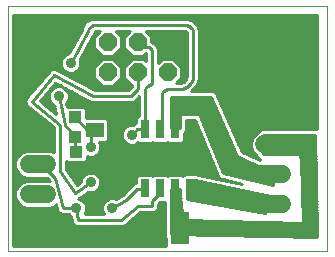
<source format=gbl>
G75*
%MOIN*%
%OFA0B0*%
%FSLAX24Y24*%
%IPPOS*%
%LPD*%
%AMOC8*
5,1,8,0,0,1.08239X$1,22.5*
%
%ADD10C,0.0000*%
%ADD11R,0.0630X0.1063*%
%ADD12R,0.0591X0.0512*%
%ADD13C,0.0600*%
%ADD14R,0.0316X0.0593*%
%ADD15R,0.1378X0.1024*%
%ADD16R,0.0433X0.0394*%
%ADD17OC8,0.0600*%
%ADD18C,0.0100*%
%ADD19C,0.0356*%
%ADD20C,0.0360*%
%ADD21C,0.0120*%
D10*
X000163Y000665D02*
X000163Y008814D01*
X010792Y008814D01*
X010792Y000665D01*
X000163Y000665D01*
D11*
X004789Y001417D03*
X005891Y001417D03*
D12*
X003060Y004704D03*
X003060Y005373D03*
D13*
X001463Y004558D02*
X000863Y004558D01*
X000863Y003558D02*
X001463Y003558D01*
X001463Y002558D02*
X000863Y002558D01*
X008709Y002216D02*
X009309Y002216D01*
X009309Y003216D02*
X008709Y003216D01*
X008709Y004216D02*
X009309Y004216D01*
X009309Y005216D02*
X008709Y005216D01*
D14*
X006229Y004722D03*
X005729Y004722D03*
X005229Y004722D03*
X004729Y004722D03*
X004729Y002755D03*
X005229Y002755D03*
X005729Y002755D03*
X006229Y002755D03*
D15*
X005481Y003740D03*
D16*
X002426Y003960D03*
X002387Y004460D03*
X002387Y005129D03*
X002426Y003291D03*
D17*
X003493Y006621D03*
X004493Y006621D03*
X005493Y006621D03*
X005493Y007621D03*
X004493Y007621D03*
X003493Y007621D03*
D18*
X003871Y007363D02*
X004116Y007363D01*
X004043Y007435D02*
X004307Y007171D01*
X004680Y007171D01*
X004766Y007257D01*
X004766Y006985D01*
X004680Y007071D01*
X004307Y007071D01*
X004043Y006808D01*
X004043Y006435D01*
X004293Y006185D01*
X004293Y006141D01*
X004174Y006022D01*
X003048Y006022D01*
X001811Y006697D01*
X001761Y006738D01*
X001740Y006736D01*
X001721Y006746D01*
X001660Y006728D01*
X001597Y006722D01*
X001583Y006705D01*
X001562Y006699D01*
X001532Y006643D01*
X000847Y005815D01*
X000845Y005814D01*
X000794Y005751D01*
X000743Y005689D01*
X000743Y005686D01*
X000742Y005685D01*
X000751Y005604D01*
X000759Y005524D01*
X000761Y005522D01*
X000761Y005520D01*
X000824Y005470D01*
X000886Y005418D01*
X000889Y005419D01*
X001695Y004781D01*
X001695Y003949D01*
X001552Y004008D01*
X000773Y004008D01*
X000608Y003940D01*
X000481Y003813D01*
X000413Y003648D01*
X000413Y003469D01*
X000481Y003303D01*
X000608Y003177D01*
X000773Y003108D01*
X001452Y003108D01*
X001552Y003008D01*
X000773Y003008D01*
X000608Y002940D01*
X000481Y002813D01*
X000413Y002648D01*
X000413Y002469D01*
X000481Y002303D01*
X000608Y002177D01*
X000773Y002108D01*
X001552Y002108D01*
X001717Y002177D01*
X001767Y002226D01*
X001813Y002056D01*
X001813Y001999D01*
X001834Y001978D01*
X001841Y001950D01*
X001890Y001922D01*
X001930Y001882D01*
X001959Y001882D01*
X001985Y001867D01*
X002039Y001882D01*
X002182Y001882D01*
X002260Y001804D01*
X002273Y001798D01*
X002285Y001678D01*
X002285Y001605D01*
X002293Y001597D01*
X002295Y001586D01*
X002351Y001540D01*
X002403Y001488D01*
X002414Y001488D01*
X002423Y001481D01*
X002495Y001488D01*
X003934Y001488D01*
X004009Y001483D01*
X004016Y001488D01*
X004025Y001488D01*
X004078Y001541D01*
X004567Y001961D01*
X005049Y001961D01*
X005166Y002078D01*
X005166Y002235D01*
X005239Y002309D01*
X005396Y002309D01*
X005396Y001218D01*
X005394Y001136D01*
X005396Y001135D01*
X005396Y001133D01*
X005426Y001103D01*
X005426Y000823D01*
X005427Y000822D01*
X000320Y000822D01*
X000320Y008539D01*
X010477Y008539D01*
X010477Y004724D01*
X010477Y004725D01*
X010396Y004723D01*
X008584Y004723D01*
X008466Y004606D01*
X008466Y004602D01*
X008454Y004597D01*
X008327Y004471D01*
X008259Y004305D01*
X008259Y004126D01*
X008327Y003961D01*
X008454Y003834D01*
X008466Y003829D01*
X008466Y003810D01*
X008577Y003699D01*
X008551Y003699D01*
X007952Y003966D01*
X007134Y005825D01*
X007134Y005866D01*
X007102Y005898D01*
X007084Y005939D01*
X007046Y005954D01*
X007017Y005983D01*
X006972Y005983D01*
X006929Y005999D01*
X006892Y005983D01*
X006274Y005983D01*
X006441Y006150D01*
X006544Y006397D01*
X006544Y008003D01*
X006471Y008178D01*
X006471Y008178D01*
X006337Y008312D01*
X006163Y008384D01*
X002930Y008384D01*
X002746Y008278D01*
X002640Y008094D01*
X002640Y008039D01*
X002203Y007253D01*
X002184Y007253D01*
X002063Y007203D01*
X001971Y007110D01*
X001921Y006990D01*
X001921Y006859D01*
X001971Y006739D01*
X002063Y006646D01*
X002184Y006596D01*
X002314Y006596D01*
X002435Y006646D01*
X002527Y006739D01*
X002577Y006859D01*
X002577Y006990D01*
X002550Y007055D01*
X003001Y007866D01*
X003040Y007905D01*
X003040Y007936D01*
X003055Y007963D01*
X003049Y007984D01*
X003220Y007984D01*
X003043Y007808D01*
X003043Y007435D01*
X003307Y007171D01*
X003680Y007171D01*
X003943Y007435D01*
X003943Y007808D01*
X003767Y007984D01*
X004220Y007984D01*
X004043Y007808D01*
X004043Y007435D01*
X004043Y007461D02*
X003943Y007461D01*
X003943Y007560D02*
X004043Y007560D01*
X004043Y007658D02*
X003943Y007658D01*
X003943Y007757D02*
X004043Y007757D01*
X004091Y007855D02*
X003896Y007855D01*
X003797Y007954D02*
X004189Y007954D01*
X004493Y007621D02*
X004495Y007598D01*
X004500Y007576D01*
X004509Y007555D01*
X004521Y007535D01*
X004536Y007518D01*
X004553Y007503D01*
X004573Y007491D01*
X004594Y007482D01*
X004616Y007477D01*
X004639Y007475D01*
X004639Y007476D02*
X004769Y007476D01*
X004795Y007474D01*
X004820Y007469D01*
X004844Y007461D01*
X004868Y007450D01*
X004889Y007435D01*
X004908Y007418D01*
X004925Y007399D01*
X004940Y007378D01*
X004951Y007354D01*
X004959Y007330D01*
X004964Y007305D01*
X004966Y007279D01*
X004966Y006216D01*
X004938Y006214D01*
X004910Y006209D01*
X004882Y006201D01*
X004856Y006189D01*
X004832Y006174D01*
X004810Y006157D01*
X004789Y006136D01*
X004772Y006114D01*
X004757Y006090D01*
X004745Y006064D01*
X004737Y006036D01*
X004732Y006008D01*
X004730Y005980D01*
X004729Y005980D02*
X004729Y004722D01*
X004651Y004715D01*
X004471Y004715D01*
X004291Y004535D01*
X004050Y004309D02*
X003429Y004309D01*
X003418Y004298D02*
X003505Y004386D01*
X003505Y005022D01*
X003418Y005110D01*
X002753Y005110D01*
X002753Y005388D01*
X002666Y005476D01*
X002132Y005476D01*
X002105Y005607D01*
X002134Y005636D01*
X002184Y005757D01*
X002184Y005887D01*
X002134Y006008D01*
X002041Y006100D01*
X001921Y006150D01*
X001790Y006150D01*
X001670Y006100D01*
X001577Y006008D01*
X001527Y005887D01*
X001527Y005757D01*
X001577Y005636D01*
X001670Y005544D01*
X001713Y005526D01*
X001775Y005227D01*
X001234Y005655D01*
X001747Y006276D01*
X002876Y005660D01*
X002914Y005622D01*
X002946Y005622D01*
X002974Y005607D01*
X003026Y005622D01*
X004340Y005622D01*
X004457Y005739D01*
X004529Y005812D01*
X004529Y005168D01*
X004509Y005168D01*
X004422Y005080D01*
X004422Y004915D01*
X004389Y004915D01*
X004339Y004865D01*
X004226Y004865D01*
X004105Y004814D01*
X004012Y004722D01*
X003961Y004600D01*
X003961Y004469D01*
X004012Y004348D01*
X004105Y004255D01*
X004226Y004205D01*
X004357Y004205D01*
X004478Y004255D01*
X004504Y004281D01*
X004509Y004276D01*
X004949Y004276D01*
X004979Y004306D01*
X005009Y004276D01*
X005449Y004276D01*
X005479Y004306D01*
X005509Y004276D01*
X005949Y004276D01*
X006037Y004363D01*
X006037Y004603D01*
X006111Y004676D01*
X006111Y005032D01*
X006405Y005032D01*
X007119Y003248D01*
X007114Y003229D01*
X007149Y003173D01*
X007173Y003112D01*
X007191Y003104D01*
X007201Y003088D01*
X007265Y003073D01*
X007325Y003047D01*
X007343Y003054D01*
X007979Y002903D01*
X006482Y003211D01*
X006466Y003227D01*
X006403Y003227D01*
X006342Y003239D01*
X006323Y003227D01*
X006064Y003227D01*
X006039Y003202D01*
X006009Y003202D01*
X005979Y003172D01*
X005949Y003202D01*
X005509Y003202D01*
X005479Y003172D01*
X005449Y003202D01*
X005009Y003202D01*
X004979Y003172D01*
X004949Y003202D01*
X004509Y003202D01*
X004422Y003114D01*
X004422Y002935D01*
X004389Y002935D01*
X004271Y002818D01*
X004271Y002818D01*
X003988Y002534D01*
X003762Y002400D01*
X003705Y002423D01*
X003573Y002423D01*
X003452Y002373D01*
X003359Y002280D01*
X003309Y002159D01*
X003309Y002028D01*
X003359Y001907D01*
X003377Y001888D01*
X002716Y001888D01*
X002724Y001896D01*
X002774Y002017D01*
X002774Y002147D01*
X002724Y002268D01*
X002632Y002360D01*
X002511Y002410D01*
X002493Y002410D01*
X002520Y002429D01*
X002588Y002476D01*
X002817Y002635D01*
X002818Y002635D01*
X002817Y002635D02*
X002853Y002620D01*
X002984Y002620D01*
X003104Y002670D01*
X003197Y002762D01*
X003247Y002883D01*
X003247Y003013D01*
X003197Y003134D01*
X003104Y003226D01*
X002984Y003276D01*
X002853Y003276D01*
X002733Y003226D01*
X002640Y003134D01*
X002590Y003013D01*
X002590Y002964D01*
X002458Y002873D01*
X002095Y003404D01*
X002095Y003666D01*
X002148Y003613D01*
X002705Y003613D01*
X002793Y003701D01*
X002793Y003826D01*
X002853Y003801D01*
X002984Y003801D01*
X003104Y003851D01*
X003197Y003943D01*
X003247Y004064D01*
X003247Y004195D01*
X003204Y004298D01*
X003418Y004298D01*
X003505Y004408D02*
X003987Y004408D01*
X003961Y004506D02*
X003505Y004506D01*
X003505Y004605D02*
X003963Y004605D01*
X004004Y004703D02*
X003505Y004703D01*
X003505Y004802D02*
X004092Y004802D01*
X004374Y004900D02*
X003505Y004900D01*
X003505Y004999D02*
X004422Y004999D01*
X004439Y005097D02*
X003430Y005097D01*
X003060Y004704D02*
X002918Y004562D01*
X002918Y004129D01*
X003226Y004014D02*
X006812Y004014D01*
X006852Y003915D02*
X003168Y003915D01*
X003021Y003817D02*
X006891Y003817D01*
X006930Y003718D02*
X002793Y003718D01*
X002793Y003817D02*
X002816Y003817D01*
X002712Y003620D02*
X006970Y003620D01*
X007009Y003521D02*
X002095Y003521D01*
X002095Y003423D02*
X007049Y003423D01*
X007088Y003324D02*
X002149Y003324D01*
X002217Y003226D02*
X002732Y003226D01*
X002637Y003127D02*
X002284Y003127D01*
X002351Y003029D02*
X002597Y003029D01*
X002541Y002930D02*
X002419Y002930D01*
X002407Y002594D02*
X002918Y002948D01*
X003225Y002832D02*
X004286Y002832D01*
X004187Y002733D02*
X003167Y002733D01*
X003019Y002635D02*
X004089Y002635D01*
X003990Y002536D02*
X002675Y002536D01*
X002588Y002476D02*
X002588Y002476D01*
X002533Y002438D02*
X003826Y002438D01*
X004111Y002375D02*
X003639Y002093D01*
X003343Y001945D02*
X002744Y001945D01*
X002774Y002044D02*
X003309Y002044D01*
X003309Y002142D02*
X002774Y002142D01*
X002735Y002241D02*
X003343Y002241D01*
X003418Y002339D02*
X002653Y002339D01*
X002446Y002082D02*
X002485Y001688D01*
X003942Y001688D01*
X004493Y002161D01*
X004966Y002161D01*
X004966Y002318D01*
X005229Y002582D01*
X005229Y002755D01*
X005596Y002712D02*
X005911Y002712D01*
X005911Y002476D01*
X005989Y001688D01*
X010005Y001610D01*
X009926Y003736D01*
X009848Y003893D01*
X008666Y003893D01*
X008666Y004523D01*
X010399Y004523D01*
X010477Y001137D01*
X005596Y001216D01*
X005596Y002712D01*
X005596Y002635D02*
X005911Y002635D01*
X005911Y002536D02*
X005596Y002536D01*
X005596Y002438D02*
X005914Y002438D01*
X005924Y002339D02*
X005596Y002339D01*
X005596Y002241D02*
X005934Y002241D01*
X005944Y002142D02*
X005596Y002142D01*
X005596Y002044D02*
X005954Y002044D01*
X005964Y001945D02*
X005596Y001945D01*
X005596Y001847D02*
X005973Y001847D01*
X005983Y001748D02*
X005596Y001748D01*
X005596Y001650D02*
X007959Y001650D01*
X008090Y002044D02*
X008813Y002044D01*
X008870Y002142D02*
X007548Y002142D01*
X007006Y002241D02*
X008926Y002241D01*
X008982Y002339D02*
X006465Y002339D01*
X006147Y002397D02*
X008745Y001925D01*
X009060Y002476D01*
X006383Y003027D01*
X006147Y003027D01*
X006147Y002397D01*
X006147Y002438D02*
X009038Y002438D01*
X008766Y002536D02*
X006147Y002536D01*
X006147Y002635D02*
X008288Y002635D01*
X007863Y002930D02*
X007844Y002930D01*
X007899Y003127D02*
X008981Y003127D01*
X008981Y003029D02*
X008312Y003029D01*
X008726Y002930D02*
X008981Y002930D01*
X008981Y002869D02*
X007328Y003263D01*
X006540Y005232D01*
X005911Y005232D01*
X005911Y004759D01*
X005596Y004759D01*
X005596Y005783D01*
X006934Y005783D01*
X007800Y003814D01*
X008509Y003499D01*
X008981Y003499D01*
X008981Y002869D01*
X008981Y003226D02*
X007485Y003226D01*
X007303Y003324D02*
X008981Y003324D01*
X008981Y003423D02*
X007264Y003423D01*
X007225Y003521D02*
X008460Y003521D01*
X008509Y003718D02*
X008558Y003718D01*
X008466Y003817D02*
X008287Y003817D01*
X008373Y003915D02*
X008066Y003915D01*
X007931Y004014D02*
X008306Y004014D01*
X008265Y004112D02*
X007888Y004112D01*
X007844Y004211D02*
X008259Y004211D01*
X008261Y004309D02*
X007801Y004309D01*
X007758Y004408D02*
X008301Y004408D01*
X008363Y004506D02*
X007714Y004506D01*
X007671Y004605D02*
X008466Y004605D01*
X008564Y004703D02*
X007628Y004703D01*
X007584Y004802D02*
X010477Y004802D01*
X010477Y004900D02*
X007541Y004900D01*
X007498Y004999D02*
X010477Y004999D01*
X010477Y005097D02*
X007454Y005097D01*
X007411Y005196D02*
X010477Y005196D01*
X010477Y005294D02*
X007368Y005294D01*
X007192Y005196D02*
X006555Y005196D01*
X006594Y005097D02*
X007236Y005097D01*
X007279Y004999D02*
X006634Y004999D01*
X006673Y004900D02*
X007323Y004900D01*
X007366Y004802D02*
X006712Y004802D01*
X006752Y004703D02*
X007409Y004703D01*
X007453Y004605D02*
X006791Y004605D01*
X006831Y004506D02*
X007496Y004506D01*
X007539Y004408D02*
X006870Y004408D01*
X006909Y004309D02*
X007583Y004309D01*
X007626Y004211D02*
X006949Y004211D01*
X006988Y004112D02*
X007669Y004112D01*
X007713Y004014D02*
X007028Y004014D01*
X007067Y003915D02*
X007756Y003915D01*
X007799Y003817D02*
X007106Y003817D01*
X007146Y003718D02*
X008017Y003718D01*
X008238Y003620D02*
X007185Y003620D01*
X007116Y003226D02*
X006467Y003226D01*
X006147Y002930D02*
X006853Y002930D01*
X006888Y003127D02*
X007167Y003127D01*
X007366Y003029D02*
X007449Y003029D01*
X007331Y002832D02*
X006147Y002832D01*
X006147Y002733D02*
X007810Y002733D01*
X008632Y001945D02*
X008757Y001945D01*
X009234Y001157D02*
X010477Y001157D01*
X010475Y001256D02*
X005596Y001256D01*
X005596Y001354D02*
X010472Y001354D01*
X010470Y001453D02*
X005596Y001453D01*
X005596Y001551D02*
X010468Y001551D01*
X010466Y001650D02*
X010004Y001650D01*
X010000Y001748D02*
X010463Y001748D01*
X010461Y001847D02*
X009996Y001847D01*
X009993Y001945D02*
X010459Y001945D01*
X010456Y002044D02*
X009989Y002044D01*
X009985Y002142D02*
X010454Y002142D01*
X010452Y002241D02*
X009982Y002241D01*
X009978Y002339D02*
X010450Y002339D01*
X010447Y002438D02*
X009974Y002438D01*
X009971Y002536D02*
X010445Y002536D01*
X010443Y002635D02*
X009967Y002635D01*
X009963Y002733D02*
X010440Y002733D01*
X010438Y002832D02*
X009960Y002832D01*
X009956Y002930D02*
X010436Y002930D01*
X010433Y003029D02*
X009952Y003029D01*
X009949Y003127D02*
X010431Y003127D01*
X010429Y003226D02*
X009945Y003226D01*
X009942Y003324D02*
X010427Y003324D01*
X010424Y003423D02*
X009938Y003423D01*
X009934Y003521D02*
X010422Y003521D01*
X010420Y003620D02*
X009931Y003620D01*
X009927Y003718D02*
X010417Y003718D01*
X010415Y003817D02*
X009886Y003817D01*
X010413Y003915D02*
X008666Y003915D01*
X008666Y004014D02*
X010411Y004014D01*
X010408Y004112D02*
X008666Y004112D01*
X008666Y004211D02*
X010406Y004211D01*
X010404Y004309D02*
X008666Y004309D01*
X008666Y004408D02*
X010401Y004408D01*
X010399Y004506D02*
X008666Y004506D01*
X007324Y005393D02*
X010477Y005393D01*
X010477Y005491D02*
X007281Y005491D01*
X007238Y005590D02*
X010477Y005590D01*
X010477Y005688D02*
X007194Y005688D01*
X007151Y005787D02*
X010477Y005787D01*
X010477Y005885D02*
X007115Y005885D01*
X006969Y005984D02*
X010477Y005984D01*
X010477Y006082D02*
X006374Y006082D01*
X006441Y006150D02*
X006441Y006150D01*
X006454Y006181D02*
X010477Y006181D01*
X010477Y006279D02*
X006495Y006279D01*
X006536Y006378D02*
X010477Y006378D01*
X010477Y006476D02*
X006544Y006476D01*
X006544Y006575D02*
X010477Y006575D01*
X010477Y006673D02*
X006544Y006673D01*
X006544Y006772D02*
X010477Y006772D01*
X010477Y006870D02*
X006544Y006870D01*
X006544Y006969D02*
X010477Y006969D01*
X010477Y007067D02*
X006544Y007067D01*
X006544Y007166D02*
X010477Y007166D01*
X010477Y007264D02*
X006544Y007264D01*
X006544Y007363D02*
X010477Y007363D01*
X010477Y007461D02*
X006544Y007461D01*
X006544Y007560D02*
X010477Y007560D01*
X010477Y007658D02*
X006544Y007658D01*
X006544Y007757D02*
X010477Y007757D01*
X010477Y007855D02*
X006544Y007855D01*
X006544Y007954D02*
X010477Y007954D01*
X010477Y008052D02*
X006523Y008052D01*
X006483Y008151D02*
X010477Y008151D01*
X010477Y008249D02*
X006400Y008249D01*
X006337Y008312D02*
X006337Y008312D01*
X006251Y008348D02*
X010477Y008348D01*
X010477Y008446D02*
X000320Y008446D01*
X000320Y008348D02*
X002867Y008348D01*
X002746Y008278D02*
X002746Y008278D01*
X002729Y008249D02*
X000320Y008249D01*
X000320Y008151D02*
X002673Y008151D01*
X002640Y008052D02*
X000320Y008052D01*
X000320Y007954D02*
X002592Y007954D01*
X002537Y007855D02*
X000320Y007855D01*
X000320Y007757D02*
X002483Y007757D01*
X002428Y007658D02*
X000320Y007658D01*
X000320Y007560D02*
X002373Y007560D01*
X002318Y007461D02*
X000320Y007461D01*
X000320Y007363D02*
X002264Y007363D01*
X002209Y007264D02*
X000320Y007264D01*
X000320Y007166D02*
X002026Y007166D01*
X001953Y007067D02*
X000320Y007067D01*
X000320Y006969D02*
X001921Y006969D01*
X001921Y006870D02*
X000320Y006870D01*
X000320Y006772D02*
X001957Y006772D01*
X002036Y006673D02*
X001855Y006673D01*
X002035Y006575D02*
X003043Y006575D01*
X003043Y006476D02*
X002216Y006476D01*
X002396Y006378D02*
X003101Y006378D01*
X003043Y006435D02*
X003307Y006171D01*
X003680Y006171D01*
X003943Y006435D01*
X003943Y006808D01*
X003680Y007071D01*
X003307Y007071D01*
X003043Y006808D01*
X003043Y006435D01*
X003199Y006279D02*
X002577Y006279D01*
X002758Y006181D02*
X003298Y006181D01*
X003689Y006181D02*
X004293Y006181D01*
X004234Y006082D02*
X002938Y006082D01*
X002997Y005822D02*
X004257Y005822D01*
X004493Y006058D01*
X004493Y006621D01*
X004199Y006279D02*
X003787Y006279D01*
X003886Y006378D02*
X004101Y006378D01*
X004043Y006476D02*
X003943Y006476D01*
X003943Y006575D02*
X004043Y006575D01*
X004043Y006673D02*
X003943Y006673D01*
X003943Y006772D02*
X004043Y006772D01*
X004106Y006870D02*
X003881Y006870D01*
X003782Y006969D02*
X004204Y006969D01*
X004303Y007067D02*
X003684Y007067D01*
X003772Y007264D02*
X004214Y007264D01*
X004684Y007067D02*
X004766Y007067D01*
X004766Y007166D02*
X002612Y007166D01*
X002667Y007264D02*
X003214Y007264D01*
X003116Y007363D02*
X002721Y007363D01*
X002776Y007461D02*
X003043Y007461D01*
X003043Y007560D02*
X002831Y007560D01*
X002886Y007658D02*
X003043Y007658D01*
X003043Y007757D02*
X002940Y007757D01*
X002995Y007855D02*
X003091Y007855D01*
X003050Y007954D02*
X003189Y007954D01*
X003037Y008185D02*
X003011Y008183D01*
X002986Y008178D01*
X002962Y008170D01*
X002939Y008159D01*
X002917Y008144D01*
X002898Y008127D01*
X002881Y008108D01*
X002866Y008087D01*
X002855Y008063D01*
X002847Y008039D01*
X002842Y008014D01*
X002840Y007988D01*
X002249Y006925D01*
X002462Y006673D02*
X003043Y006673D01*
X003043Y006772D02*
X002541Y006772D01*
X002577Y006870D02*
X003106Y006870D01*
X003204Y006969D02*
X002577Y006969D01*
X002557Y007067D02*
X003303Y007067D01*
X002103Y006082D02*
X002059Y006082D01*
X002144Y005984D02*
X002283Y005984D01*
X002184Y005885D02*
X002464Y005885D01*
X002645Y005787D02*
X002184Y005787D01*
X002155Y005688D02*
X002825Y005688D01*
X002997Y005822D02*
X001698Y006531D01*
X000950Y005625D01*
X001895Y004877D01*
X001895Y003342D01*
X002407Y002594D01*
X002446Y002082D02*
X002013Y002082D01*
X001737Y003106D01*
X001501Y003342D01*
X001501Y003499D01*
X001222Y003499D01*
X001163Y003558D01*
X000728Y003127D02*
X000320Y003127D01*
X000320Y003029D02*
X001531Y003029D01*
X002095Y003620D02*
X002141Y003620D01*
X002426Y003960D02*
X002348Y004499D01*
X002387Y004460D01*
X002052Y004877D01*
X001855Y005822D01*
X002108Y005590D02*
X004529Y005590D01*
X004529Y005688D02*
X004406Y005688D01*
X004504Y005787D02*
X004529Y005787D01*
X004529Y005491D02*
X002129Y005491D01*
X001761Y005294D02*
X001690Y005294D01*
X001741Y005393D02*
X001566Y005393D01*
X001442Y005491D02*
X001720Y005491D01*
X001624Y005590D02*
X001317Y005590D01*
X001261Y005688D02*
X001556Y005688D01*
X001527Y005787D02*
X001343Y005787D01*
X001424Y005885D02*
X001527Y005885D01*
X001505Y005984D02*
X001567Y005984D01*
X001587Y006082D02*
X001651Y006082D01*
X001668Y006181D02*
X001922Y006181D01*
X001475Y006575D02*
X000320Y006575D01*
X000320Y006476D02*
X001393Y006476D01*
X001312Y006378D02*
X000320Y006378D01*
X000320Y006279D02*
X001231Y006279D01*
X001149Y006181D02*
X000320Y006181D01*
X000320Y006082D02*
X001068Y006082D01*
X000987Y005984D02*
X000320Y005984D01*
X000320Y005885D02*
X000905Y005885D01*
X000823Y005787D02*
X000320Y005787D01*
X000320Y005688D02*
X000743Y005688D01*
X000752Y005590D02*
X000320Y005590D01*
X000320Y005491D02*
X000797Y005491D01*
X000922Y005393D02*
X000320Y005393D01*
X000320Y005294D02*
X001046Y005294D01*
X001170Y005196D02*
X000320Y005196D01*
X000320Y005097D02*
X001295Y005097D01*
X001419Y004999D02*
X000320Y004999D01*
X000320Y004900D02*
X001544Y004900D01*
X001668Y004802D02*
X000320Y004802D01*
X000320Y004703D02*
X001695Y004703D01*
X001695Y004605D02*
X000320Y004605D01*
X000320Y004506D02*
X001695Y004506D01*
X001695Y004408D02*
X000320Y004408D01*
X000320Y004309D02*
X001695Y004309D01*
X001695Y004211D02*
X000320Y004211D01*
X000320Y004112D02*
X001695Y004112D01*
X001695Y004014D02*
X000320Y004014D01*
X000320Y003915D02*
X000583Y003915D01*
X000484Y003817D02*
X000320Y003817D01*
X000320Y003718D02*
X000442Y003718D01*
X000413Y003620D02*
X000320Y003620D01*
X000320Y003521D02*
X000413Y003521D01*
X000432Y003423D02*
X000320Y003423D01*
X000320Y003324D02*
X000472Y003324D01*
X000559Y003226D02*
X000320Y003226D01*
X000320Y002930D02*
X000598Y002930D01*
X000499Y002832D02*
X000320Y002832D01*
X000320Y002733D02*
X000448Y002733D01*
X000413Y002635D02*
X000320Y002635D01*
X000320Y002536D02*
X000413Y002536D01*
X000425Y002438D02*
X000320Y002438D01*
X000320Y002339D02*
X000466Y002339D01*
X000544Y002241D02*
X000320Y002241D01*
X000320Y002142D02*
X000691Y002142D01*
X000320Y002044D02*
X001813Y002044D01*
X001790Y002142D02*
X001634Y002142D01*
X001850Y001945D02*
X000320Y001945D01*
X000320Y001847D02*
X002217Y001847D01*
X002278Y001748D02*
X000320Y001748D01*
X000320Y001650D02*
X002285Y001650D01*
X002337Y001551D02*
X000320Y001551D01*
X000320Y001453D02*
X005396Y001453D01*
X005396Y001551D02*
X004089Y001551D01*
X004204Y001650D02*
X005396Y001650D01*
X005396Y001748D02*
X004319Y001748D01*
X004434Y001847D02*
X005396Y001847D01*
X005396Y001945D02*
X004549Y001945D01*
X004111Y002375D02*
X004471Y002735D01*
X004651Y002735D01*
X004729Y002755D01*
X004384Y002930D02*
X003247Y002930D01*
X003240Y003029D02*
X004422Y003029D01*
X004435Y003127D02*
X003199Y003127D01*
X003105Y003226D02*
X006063Y003226D01*
X006773Y004112D02*
X003247Y004112D01*
X003240Y004211D02*
X004211Y004211D01*
X004372Y004211D02*
X006733Y004211D01*
X006694Y004309D02*
X005983Y004309D01*
X006037Y004408D02*
X006655Y004408D01*
X006615Y004506D02*
X006037Y004506D01*
X006039Y004605D02*
X006576Y004605D01*
X006536Y004703D02*
X006111Y004703D01*
X006111Y004802D02*
X006497Y004802D01*
X006458Y004900D02*
X006111Y004900D01*
X006111Y004999D02*
X006418Y004999D01*
X005911Y004999D02*
X005596Y004999D01*
X005596Y005097D02*
X005911Y005097D01*
X005911Y005196D02*
X005596Y005196D01*
X005596Y005294D02*
X007149Y005294D01*
X007106Y005393D02*
X005596Y005393D01*
X005596Y005491D02*
X007062Y005491D01*
X007019Y005590D02*
X005596Y005590D01*
X005596Y005688D02*
X006976Y005688D01*
X006894Y005984D02*
X006275Y005984D01*
X006023Y006304D02*
X005924Y006264D01*
X005871Y006258D01*
X005767Y006258D01*
X005943Y006435D01*
X005943Y006808D01*
X005680Y007071D01*
X005307Y007071D01*
X005166Y006930D01*
X005166Y007385D01*
X005059Y007569D01*
X004943Y007636D01*
X004943Y007808D01*
X004767Y007984D01*
X005985Y007984D01*
X006068Y007984D01*
X006083Y007983D01*
X006110Y007972D01*
X006131Y007951D01*
X006142Y007924D01*
X006144Y007909D01*
X006144Y006531D01*
X006138Y006478D01*
X006098Y006379D01*
X006023Y006304D01*
X005962Y006279D02*
X005787Y006279D01*
X005886Y006378D02*
X006096Y006378D01*
X006138Y006476D02*
X005943Y006476D01*
X006343Y006531D02*
X006341Y006490D01*
X006336Y006449D01*
X006327Y006409D01*
X006315Y006370D01*
X006299Y006332D01*
X006280Y006295D01*
X006258Y006260D01*
X006233Y006228D01*
X006205Y006197D01*
X006174Y006169D01*
X006142Y006144D01*
X006107Y006122D01*
X006070Y006103D01*
X006032Y006087D01*
X005993Y006075D01*
X005953Y006066D01*
X005912Y006061D01*
X005871Y006059D01*
X005871Y006058D02*
X005517Y006058D01*
X005489Y006056D01*
X005461Y006051D01*
X005433Y006043D01*
X005407Y006031D01*
X005383Y006016D01*
X005361Y005999D01*
X005340Y005978D01*
X005323Y005956D01*
X005308Y005932D01*
X005296Y005906D01*
X005288Y005878D01*
X005283Y005850D01*
X005281Y005822D01*
X005281Y004828D01*
X005279Y004813D01*
X005275Y004798D01*
X005268Y004784D01*
X005258Y004772D01*
X005246Y004762D01*
X005232Y004755D01*
X005217Y004751D01*
X005202Y004749D01*
X005596Y004802D02*
X005911Y004802D01*
X005911Y004900D02*
X005596Y004900D01*
X004529Y005196D02*
X002753Y005196D01*
X002753Y005294D02*
X004529Y005294D01*
X004529Y005393D02*
X002749Y005393D01*
X002387Y005129D02*
X002812Y004704D01*
X003060Y004704D01*
X001548Y006673D02*
X000320Y006673D01*
X003037Y008184D02*
X006068Y008184D01*
X006128Y007954D02*
X004797Y007954D01*
X004896Y007855D02*
X006144Y007855D01*
X006344Y007909D02*
X006342Y007940D01*
X006337Y007970D01*
X006329Y008000D01*
X006317Y008029D01*
X006302Y008056D01*
X006284Y008081D01*
X006263Y008104D01*
X006240Y008125D01*
X006215Y008143D01*
X006188Y008158D01*
X006159Y008170D01*
X006129Y008178D01*
X006099Y008183D01*
X006068Y008185D01*
X006344Y007909D02*
X006344Y006531D01*
X006144Y006575D02*
X005943Y006575D01*
X005943Y006673D02*
X006144Y006673D01*
X006144Y006772D02*
X005943Y006772D01*
X005881Y006870D02*
X006144Y006870D01*
X006144Y006969D02*
X005782Y006969D01*
X005684Y007067D02*
X006144Y007067D01*
X006144Y007166D02*
X005166Y007166D01*
X005166Y007264D02*
X006144Y007264D01*
X006144Y007363D02*
X005166Y007363D01*
X005122Y007461D02*
X006144Y007461D01*
X006144Y007560D02*
X005065Y007560D01*
X005059Y007569D02*
X005059Y007569D01*
X005059Y007569D01*
X004943Y007658D02*
X006144Y007658D01*
X006144Y007757D02*
X004943Y007757D01*
X005166Y007067D02*
X005303Y007067D01*
X005204Y006969D02*
X005166Y006969D01*
X005171Y002241D02*
X005396Y002241D01*
X005396Y002142D02*
X005166Y002142D01*
X005131Y002044D02*
X005396Y002044D01*
X005396Y001354D02*
X000320Y001354D01*
X000320Y001256D02*
X005396Y001256D01*
X005395Y001157D02*
X000320Y001157D01*
X000320Y001059D02*
X005426Y001059D01*
X005426Y000960D02*
X000320Y000960D01*
X000320Y000862D02*
X005426Y000862D01*
D19*
X004729Y001295D03*
X002918Y002948D03*
X002446Y002082D03*
X001580Y001373D03*
X002918Y004129D03*
X004808Y003814D03*
X006540Y003972D03*
X002249Y006925D03*
X001855Y005822D03*
D20*
X004291Y004535D03*
X003639Y002093D03*
D21*
X005229Y004722D02*
X005202Y004749D01*
M02*

</source>
